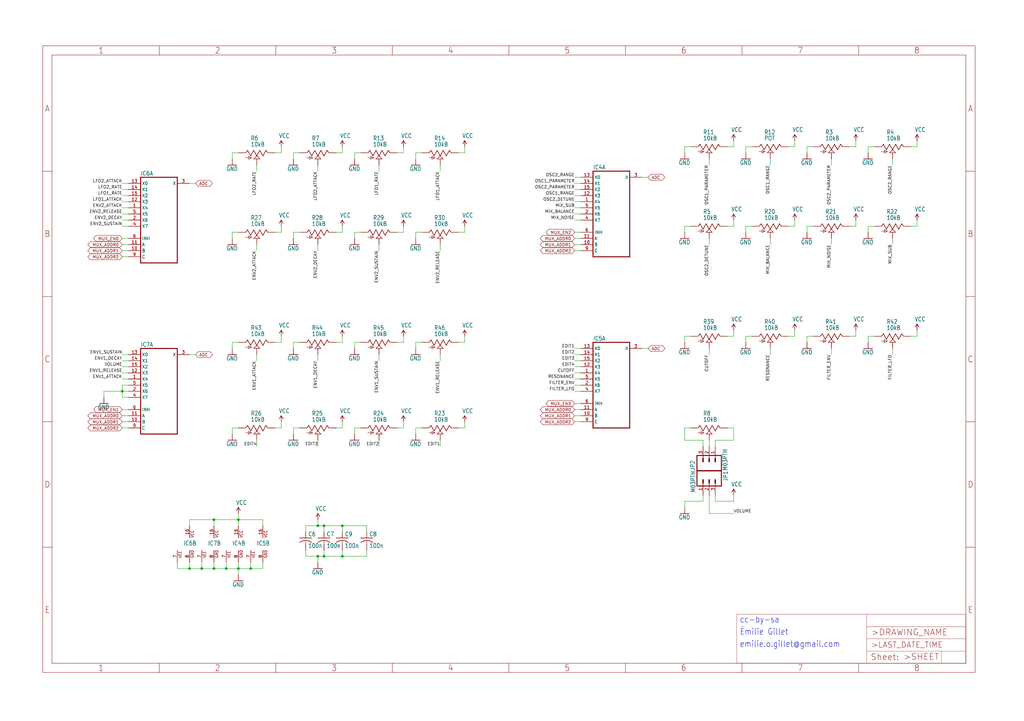
<source format=kicad_sch>
(kicad_sch (version 20211123) (generator eeschema)
  (paper "User" 425.45 299.593)
  (junction (at 50.8 162.56))
  (junction (at 88.9 236.22))
  (junction (at 99.06 236.22))
  (junction (at 134.62 231.14))
  (junction (at 83.82 236.22))
  (junction (at 142.24 231.14))
  (junction (at 134.62 218.44))
  (junction (at 88.9 215.9))
  (junction (at 104.14 236.22))
  (junction (at 142.24 218.44))
  (junction (at 132.08 218.44))
  (junction (at 99.06 215.9))
  (junction (at 132.08 231.14))
  (junction (at 78.74 236.22))
  (junction (at 93.98 236.22))
  (wire (pts (xy 241.3 81.28) (xy 238.76 81.28)))
  (wire (pts (xy 167.64 96.52) (xy 167.64 93.98)))
  (wire (pts (xy 284.48 208.28) (xy 284.48 210.82)))
  (wire (pts (xy 139.7 63.5) (xy 142.24 63.5)))
  (wire (pts (xy 53.34 154.94) (xy 50.8 154.94)))
  (wire (pts (xy 381 93.98) (xy 381 91.44)))
  (wire (pts (xy 149.86 142.24) (xy 147.32 142.24)))
  (wire (pts (xy 142.24 142.24) (xy 142.24 139.7)))
  (wire (pts (xy 114.3 63.5) (xy 116.84 63.5)))
  (wire (pts (xy 142.24 96.52) (xy 142.24 93.98)))
  (wire (pts (xy 96.52 177.8) (xy 96.52 180.34)))
  (wire (pts (xy 127 231.14) (xy 132.08 231.14)))
  (wire (pts (xy 99.06 233.68) (xy 99.06 236.22)))
  (wire (pts (xy 353.06 139.7) (xy 355.6 139.7)))
  (wire (pts (xy 83.82 233.68) (xy 83.82 236.22)))
  (wire (pts (xy 238.76 160.02) (xy 241.3 160.02)))
  (wire (pts (xy 304.8 139.7) (xy 304.8 137.16)))
  (wire (pts (xy 190.5 63.5) (xy 193.04 63.5)))
  (wire (pts (xy 241.3 144.78) (xy 238.76 144.78)))
  (wire (pts (xy 241.3 91.44) (xy 238.76 91.44)))
  (wire (pts (xy 241.3 167.64) (xy 238.76 167.64)))
  (wire (pts (xy 182.88 68.58) (xy 182.88 71.12)))
  (wire (pts (xy 241.3 101.6) (xy 238.76 101.6)))
  (wire (pts (xy 292.1 205.74) (xy 292.1 208.28)))
  (wire (pts (xy 104.14 236.22) (xy 109.22 236.22)))
  (wire (pts (xy 297.18 205.74) (xy 297.18 208.28)))
  (wire (pts (xy 355.6 139.7) (xy 355.6 137.16)))
  (wire (pts (xy 241.3 86.36) (xy 238.76 86.36)))
  (wire (pts (xy 149.86 177.8) (xy 147.32 177.8)))
  (wire (pts (xy 88.9 215.9) (xy 99.06 215.9)))
  (wire (pts (xy 121.92 63.5) (xy 121.92 66.04)))
  (wire (pts (xy 302.26 93.98) (xy 304.8 93.98)))
  (wire (pts (xy 132.08 182.88) (xy 132.08 185.42)))
  (wire (pts (xy 327.66 93.98) (xy 330.2 93.98)))
  (wire (pts (xy 96.52 63.5) (xy 96.52 66.04)))
  (wire (pts (xy 124.46 177.8) (xy 121.92 177.8)))
  (wire (pts (xy 53.34 88.9) (xy 50.8 88.9)))
  (wire (pts (xy 241.3 96.52) (xy 238.76 96.52)))
  (wire (pts (xy 345.44 99.06) (xy 345.44 101.6)))
  (wire (pts (xy 50.8 165.1) (xy 53.34 165.1)))
  (wire (pts (xy 142.24 177.8) (xy 142.24 175.26)))
  (wire (pts (xy 157.48 185.42) (xy 157.48 182.88)))
  (wire (pts (xy 294.64 213.36) (xy 304.8 213.36)))
  (wire (pts (xy 238.76 157.48) (xy 241.3 157.48)))
  (wire (pts (xy 284.48 182.88) (xy 292.1 182.88)))
  (wire (pts (xy 353.06 60.96) (xy 355.6 60.96)))
  (wire (pts (xy 147.32 177.8) (xy 147.32 180.34)))
  (wire (pts (xy 302.26 139.7) (xy 304.8 139.7)))
  (wire (pts (xy 182.88 147.32) (xy 182.88 149.86)))
  (wire (pts (xy 53.34 106.68) (xy 50.8 106.68)))
  (wire (pts (xy 142.24 218.44) (xy 142.24 220.98)))
  (wire (pts (xy 172.72 63.5) (xy 172.72 66.04)))
  (wire (pts (xy 147.32 96.52) (xy 147.32 99.06)))
  (wire (pts (xy 337.82 60.96) (xy 335.28 60.96)))
  (wire (pts (xy 78.74 147.32) (xy 81.28 147.32)))
  (wire (pts (xy 152.4 231.14) (xy 152.4 228.6)))
  (wire (pts (xy 53.34 152.4) (xy 50.8 152.4)))
  (wire (pts (xy 106.68 101.6) (xy 106.68 104.14)))
  (wire (pts (xy 284.48 139.7) (xy 284.48 142.24)))
  (wire (pts (xy 88.9 233.68) (xy 88.9 236.22)))
  (wire (pts (xy 165.1 63.5) (xy 167.64 63.5)))
  (wire (pts (xy 157.48 147.32) (xy 157.48 149.86)))
  (wire (pts (xy 53.34 99.06) (xy 50.8 99.06)))
  (wire (pts (xy 93.98 233.68) (xy 93.98 236.22)))
  (wire (pts (xy 53.34 81.28) (xy 50.8 81.28)))
  (wire (pts (xy 147.32 63.5) (xy 147.32 66.04)))
  (wire (pts (xy 132.08 68.58) (xy 132.08 71.12)))
  (wire (pts (xy 104.14 233.68) (xy 104.14 236.22)))
  (wire (pts (xy 302.26 177.8) (xy 304.8 177.8)))
  (wire (pts (xy 304.8 177.8) (xy 304.8 182.88)))
  (wire (pts (xy 53.34 93.98) (xy 50.8 93.98)))
  (wire (pts (xy 127 228.6) (xy 127 231.14)))
  (wire (pts (xy 320.04 99.06) (xy 320.04 101.6)))
  (wire (pts (xy 320.04 144.78) (xy 320.04 147.32)))
  (wire (pts (xy 330.2 93.98) (xy 330.2 91.44)))
  (wire (pts (xy 327.66 60.96) (xy 330.2 60.96)))
  (wire (pts (xy 127 218.44) (xy 132.08 218.44)))
  (wire (pts (xy 124.46 96.52) (xy 121.92 96.52)))
  (wire (pts (xy 266.7 144.78) (xy 269.24 144.78)))
  (wire (pts (xy 134.62 231.14) (xy 134.62 228.6)))
  (wire (pts (xy 142.24 231.14) (xy 152.4 231.14)))
  (wire (pts (xy 370.84 66.04) (xy 370.84 68.58)))
  (wire (pts (xy 284.48 93.98) (xy 284.48 96.52)))
  (wire (pts (xy 241.3 170.18) (xy 238.76 170.18)))
  (wire (pts (xy 106.68 147.32) (xy 106.68 149.86)))
  (wire (pts (xy 53.34 86.36) (xy 50.8 86.36)))
  (wire (pts (xy 132.08 218.44) (xy 132.08 215.9)))
  (wire (pts (xy 193.04 96.52) (xy 193.04 93.98)))
  (wire (pts (xy 78.74 76.2) (xy 81.28 76.2)))
  (wire (pts (xy 345.44 66.04) (xy 345.44 68.58)))
  (wire (pts (xy 370.84 99.06) (xy 370.84 101.6)))
  (wire (pts (xy 182.88 182.88) (xy 182.88 185.42)))
  (wire (pts (xy 284.48 177.8) (xy 284.48 182.88)))
  (wire (pts (xy 378.46 60.96) (xy 381 60.96)))
  (wire (pts (xy 381 139.7) (xy 381 137.16)))
  (wire (pts (xy 149.86 63.5) (xy 147.32 63.5)))
  (wire (pts (xy 139.7 142.24) (xy 142.24 142.24)))
  (wire (pts (xy 53.34 78.74) (xy 50.8 78.74)))
  (wire (pts (xy 241.3 78.74) (xy 238.76 78.74)))
  (wire (pts (xy 134.62 218.44) (xy 134.62 220.98)))
  (wire (pts (xy 241.3 73.66) (xy 238.76 73.66)))
  (wire (pts (xy 335.28 60.96) (xy 335.28 63.5)))
  (wire (pts (xy 106.68 68.58) (xy 106.68 71.12)))
  (wire (pts (xy 99.06 218.44) (xy 99.06 215.9)))
  (wire (pts (xy 297.18 208.28) (xy 304.8 208.28)))
  (wire (pts (xy 142.24 63.5) (xy 142.24 60.96)))
  (wire (pts (xy 312.42 139.7) (xy 309.88 139.7)))
  (wire (pts (xy 363.22 93.98) (xy 360.68 93.98)))
  (wire (pts (xy 99.06 63.5) (xy 96.52 63.5)))
  (wire (pts (xy 139.7 177.8) (xy 142.24 177.8)))
  (wire (pts (xy 241.3 88.9) (xy 238.76 88.9)))
  (wire (pts (xy 99.06 236.22) (xy 104.14 236.22)))
  (wire (pts (xy 116.84 96.52) (xy 116.84 93.98)))
  (wire (pts (xy 337.82 139.7) (xy 335.28 139.7)))
  (wire (pts (xy 241.3 83.82) (xy 238.76 83.82)))
  (wire (pts (xy 335.28 93.98) (xy 335.28 96.52)))
  (wire (pts (xy 157.48 68.58) (xy 157.48 71.12)))
  (wire (pts (xy 294.64 182.88) (xy 294.64 185.42)))
  (wire (pts (xy 83.82 236.22) (xy 88.9 236.22)))
  (wire (pts (xy 190.5 177.8) (xy 193.04 177.8)))
  (wire (pts (xy 312.42 93.98) (xy 309.88 93.98)))
  (wire (pts (xy 78.74 233.68) (xy 78.74 236.22)))
  (wire (pts (xy 241.3 147.32) (xy 238.76 147.32)))
  (wire (pts (xy 309.88 60.96) (xy 309.88 63.5)))
  (wire (pts (xy 99.06 96.52) (xy 96.52 96.52)))
  (wire (pts (xy 139.7 96.52) (xy 142.24 96.52)))
  (wire (pts (xy 88.9 218.44) (xy 88.9 215.9)))
  (wire (pts (xy 190.5 96.52) (xy 193.04 96.52)))
  (wire (pts (xy 294.64 99.06) (xy 294.64 101.6)))
  (wire (pts (xy 292.1 182.88) (xy 292.1 185.42)))
  (wire (pts (xy 304.8 208.28) (xy 304.8 205.74)))
  (wire (pts (xy 53.34 157.48) (xy 50.8 157.48)))
  (wire (pts (xy 297.18 182.88) (xy 297.18 185.42)))
  (wire (pts (xy 287.02 93.98) (xy 284.48 93.98)))
  (wire (pts (xy 121.92 142.24) (xy 121.92 144.78)))
  (wire (pts (xy 53.34 170.18) (xy 50.8 170.18)))
  (wire (pts (xy 327.66 139.7) (xy 330.2 139.7)))
  (wire (pts (xy 73.66 233.68) (xy 73.66 236.22)))
  (wire (pts (xy 353.06 93.98) (xy 355.6 93.98)))
  (wire (pts (xy 312.42 60.96) (xy 309.88 60.96)))
  (wire (pts (xy 360.68 93.98) (xy 360.68 96.52)))
  (wire (pts (xy 238.76 162.56) (xy 241.3 162.56)))
  (wire (pts (xy 320.04 66.04) (xy 320.04 68.58)))
  (wire (pts (xy 360.68 139.7) (xy 360.68 142.24)))
  (wire (pts (xy 50.8 162.56) (xy 50.8 160.02)))
  (wire (pts (xy 124.46 142.24) (xy 121.92 142.24)))
  (wire (pts (xy 50.8 162.56) (xy 53.34 162.56)))
  (wire (pts (xy 99.06 177.8) (xy 96.52 177.8)))
  (wire (pts (xy 132.08 231.14) (xy 132.08 233.68)))
  (wire (pts (xy 241.3 99.06) (xy 238.76 99.06)))
  (wire (pts (xy 241.3 104.14) (xy 238.76 104.14)))
  (wire (pts (xy 370.84 144.78) (xy 370.84 147.32)))
  (wire (pts (xy 330.2 60.96) (xy 330.2 58.42)))
  (wire (pts (xy 167.64 142.24) (xy 167.64 139.7)))
  (wire (pts (xy 109.22 215.9) (xy 109.22 218.44)))
  (wire (pts (xy 132.08 101.6) (xy 132.08 104.14)))
  (wire (pts (xy 53.34 177.8) (xy 50.8 177.8)))
  (wire (pts (xy 132.08 147.32) (xy 132.08 149.86)))
  (wire (pts (xy 360.68 60.96) (xy 360.68 63.5)))
  (wire (pts (xy 78.74 236.22) (xy 83.82 236.22)))
  (wire (pts (xy 99.06 215.9) (xy 109.22 215.9)))
  (wire (pts (xy 157.48 101.6) (xy 157.48 104.14)))
  (wire (pts (xy 149.86 96.52) (xy 147.32 96.52)))
  (wire (pts (xy 175.26 142.24) (xy 172.72 142.24)))
  (wire (pts (xy 134.62 231.14) (xy 142.24 231.14)))
  (wire (pts (xy 266.7 73.66) (xy 269.24 73.66)))
  (wire (pts (xy 294.64 66.04) (xy 294.64 68.58)))
  (wire (pts (xy 53.34 83.82) (xy 50.8 83.82)))
  (wire (pts (xy 355.6 60.96) (xy 355.6 58.42)))
  (wire (pts (xy 165.1 177.8) (xy 167.64 177.8)))
  (wire (pts (xy 193.04 177.8) (xy 193.04 175.26)))
  (wire (pts (xy 304.8 182.88) (xy 297.18 182.88)))
  (wire (pts (xy 53.34 147.32) (xy 50.8 147.32)))
  (wire (pts (xy 88.9 236.22) (xy 93.98 236.22)))
  (wire (pts (xy 109.22 236.22) (xy 109.22 233.68)))
  (wire (pts (xy 165.1 142.24) (xy 167.64 142.24)))
  (wire (pts (xy 335.28 139.7) (xy 335.28 142.24)))
  (wire (pts (xy 167.64 63.5) (xy 167.64 60.96)))
  (wire (pts (xy 337.82 93.98) (xy 335.28 93.98)))
  (wire (pts (xy 182.88 101.6) (xy 182.88 104.14)))
  (wire (pts (xy 241.3 76.2) (xy 238.76 76.2)))
  (wire (pts (xy 378.46 93.98) (xy 381 93.98)))
  (wire (pts (xy 124.46 63.5) (xy 121.92 63.5)))
  (wire (pts (xy 193.04 142.24) (xy 193.04 139.7)))
  (wire (pts (xy 294.64 144.78) (xy 294.64 147.32)))
  (wire (pts (xy 175.26 177.8) (xy 172.72 177.8)))
  (wire (pts (xy 53.34 172.72) (xy 50.8 172.72)))
  (wire (pts (xy 152.4 218.44) (xy 152.4 220.98)))
  (wire (pts (xy 381 60.96) (xy 381 58.42)))
  (wire (pts (xy 175.26 96.52) (xy 172.72 96.52)))
  (wire (pts (xy 99.06 142.24) (xy 96.52 142.24)))
  (wire (pts (xy 50.8 162.56) (xy 43.18 162.56)))
  (wire (pts (xy 106.68 182.88) (xy 106.68 185.42)))
  (wire (pts (xy 147.32 142.24) (xy 147.32 144.78)))
  (wire (pts (xy 43.18 162.56) (xy 43.18 165.1)))
  (wire (pts (xy 53.34 91.44) (xy 50.8 91.44)))
  (wire (pts (xy 345.44 144.78) (xy 345.44 147.32)))
  (wire (pts (xy 99.06 236.22) (xy 99.06 238.76)))
  (wire (pts (xy 167.64 175.26) (xy 167.64 177.8)))
  (wire (pts (xy 292.1 208.28) (xy 284.48 208.28)))
  (wire (pts (xy 330.2 139.7) (xy 330.2 137.16)))
  (wire (pts (xy 114.3 142.24) (xy 116.84 142.24)))
  (wire (pts (xy 284.48 60.96) (xy 284.48 63.5)))
  (wire (pts (xy 78.74 215.9) (xy 88.9 215.9)))
  (wire (pts (xy 116.84 177.8) (xy 116.84 175.26)))
  (wire (pts (xy 53.34 104.14) (xy 50.8 104.14)))
  (wire (pts (xy 78.74 218.44) (xy 78.74 215.9)))
  (wire (pts (xy 53.34 175.26) (xy 50.8 175.26)))
  (wire (pts (xy 175.26 63.5) (xy 172.72 63.5)))
  (wire (pts (xy 165.1 96.52) (xy 167.64 96.52)))
  (wire (pts (xy 132.08 231.14) (xy 134.62 231.14)))
  (wire (pts (xy 287.02 139.7) (xy 284.48 139.7)))
  (wire (pts (xy 116.84 63.5) (xy 116.84 60.96)))
  (wire (pts (xy 304.8 93.98) (xy 304.8 91.44)))
  (wire (pts (xy 53.34 101.6) (xy 50.8 101.6)))
  (wire (pts (xy 241.3 152.4) (xy 238.76 152.4)))
  (wire (pts (xy 73.66 236.22) (xy 78.74 236.22)))
  (wire (pts (xy 172.72 142.24) (xy 172.72 144.78)))
  (wire (pts (xy 241.3 172.72) (xy 238.76 172.72)))
  (wire (pts (xy 238.76 154.94) (xy 241.3 154.94)))
  (wire (pts (xy 93.98 236.22) (xy 99.06 236.22)))
  (wire (pts (xy 355.6 93.98) (xy 355.6 91.44)))
  (wire (pts (xy 309.88 93.98) (xy 309.88 96.52)))
  (wire (pts (xy 304.8 60.96) (xy 304.8 58.42)))
  (wire (pts (xy 193.04 63.5) (xy 193.04 60.96)))
  (wire (pts (xy 121.92 96.52) (xy 121.92 99.06)))
  (wire (pts (xy 96.52 96.52) (xy 96.52 99.06)))
  (wire (pts (xy 53.34 76.2) (xy 50.8 76.2)))
  (wire (pts (xy 363.22 60.96) (xy 360.68 60.96)))
  (wire (pts (xy 172.72 177.8) (xy 172.72 180.34)))
  (wire (pts (xy 302.26 60.96) (xy 304.8 60.96)))
  (wire (pts (xy 127 220.98) (xy 127 218.44)))
  (wire (pts (xy 294.64 205.74) (xy 294.64 213.36)))
  (wire (pts (xy 287.02 177.8) (xy 284.48 177.8)))
  (wire (pts (xy 116.84 142.24) (xy 116.84 139.7)))
  (wire (pts (xy 190.5 142.24) (xy 193.04 142.24)))
  (wire (pts (xy 363.22 139.7) (xy 360.68 139.7)))
  (wire (pts (xy 114.3 177.8) (xy 116.84 177.8)))
  (wire (pts (xy 241.3 149.86) (xy 238.76 149.86)))
  (wire (pts (xy 132.08 218.44) (xy 134.62 218.44)))
  (wire (pts (xy 142.24 218.44) (xy 152.4 218.44)))
  (wire (pts (xy 50.8 165.1) (xy 50.8 162.56)))
  (wire (pts (xy 172.72 96.52) (xy 172.72 99.06)))
  (wire (pts (xy 99.06 215.9) (xy 99.06 213.36)))
  (wire (pts (xy 53.34 160.02) (xy 50.8 160.02)))
  (wire (pts (xy 96.52 142.24) (xy 96.52 144.78)))
  (wire (pts (xy 114.3 96.52) (xy 116.84 96.52)))
  (wire (pts (xy 241.3 175.26) (xy 238.76 175.26)))
  (wire (pts (xy 121.92 177.8) (xy 121.92 180.34)))
  (wire (pts (xy 142.24 231.14) (xy 142.24 228.6)))
  (wire (pts (xy 53.34 149.86) (xy 50.8 149.86)))
  (wire (pts (xy 134.62 218.44) (xy 142.24 218.44)))
  (wire (pts (xy 309.88 139.7) (xy 309.88 142.24)))
  (wire (pts (xy 287.02 60.96) (xy 284.48 60.96)))
  (wire (pts (xy 378.46 139.7) (xy 381 139.7)))
  (text "emilie.o.gillet@gmail.com" (at 307.34 269.24 180) (effects (font (size 2.54 2.159)) (justify left bottom)))
  (text "Émilie Gillet" (at 307.34 264.16 180) (effects (font (size 2.54 2.159)) (justify left bottom)))
  (text "cc-by-sa" (at 307.34 259.08 180) (effects (font (size 2.54 2.159)) (justify left bottom)))
  (label "EDIT3" (at 238.76 149.86 180) (effects (font (size 1.2446 1.2446))))
  (label "OSC2_PARAMETER" (at 345.44 68.58 270) (effects (font (size 1.2446 1.2446))))
  (label "ENV1_ATTACK" (at 106.68 149.86 270) (effects (font (size 1.2446 1.2446))))
  (label "MIX_NOISE" (at 238.76 91.44 180) (effects (font (size 1.2446 1.2446))))
  (label "OSC2_RANGE" (at 238.76 73.66 180) (effects (font (size 1.2446 1.2446))))
  (label "FILTER_LFO" (at 370.84 147.32 270) (effects (font (size 1.2446 1.2446))))
  (label "ENV2_DECAY" (at 132.08 104.14 270) (effects (font (size 1.2446 1.2446))))
  (label "ENV2_SUSTAIN" (at 50.8 93.98 180) (effects (font (size 1.2446 1.2446))))
  (label "LFO1_ATTACK" (at 50.8 83.82 180) (effects (font (size 1.2446 1.2446))))
  (label "LFO2_RATE" (at 50.8 78.74 180) (effects (font (size 1.2446 1.2446))))
  (label "OSC1_RANGE" (at 320.04 68.58 270) (effects (font (size 1.2446 1.2446))))
  (label "LFO2_ATTACK" (at 50.8 76.2 180) (effects (font (size 1.2446 1.2446))))
  (label "VOLUME" (at 304.8 213.36 0) (effects (font (size 1.2446 1.2446))))
  (label "ENV2_ATTACK" (at 106.68 104.14 270) (effects (font (size 1.2446 1.2446))))
  (label "ENV1_SUSTAIN" (at 157.48 149.86 270) (effects (font (size 1.2446 1.2446))))
  (label "CUTOFF" (at 294.64 147.32 270) (effects (font (size 1.2446 1.2446))))
  (label "ENV2_SUSTAIN" (at 157.48 104.14 270) (effects (font (size 1.2446 1.2446))))
  (label "OSC2_DETUNE" (at 294.64 101.6 270) (effects (font (size 1.2446 1.2446))))
  (label "MIX_SUB" (at 370.84 101.6 270) (effects (font (size 1.2446 1.2446))))
  (label "MIX_SUB" (at 238.76 86.36 180) (effects (font (size 1.2446 1.2446))))
  (label "MIX_BALANCE" (at 238.76 88.9 180) (effects (font (size 1.2446 1.2446))))
  (label "EDIT1" (at 238.76 144.78 180) (effects (font (size 1.2446 1.2446))))
  (label "ENV1_SUSTAIN" (at 50.8 147.32 180) (effects (font (size 1.2446 1.2446))))
  (label "ENV2_ATTACK" (at 50.8 86.36 180) (effects (font (size 1.2446 1.2446))))
  (label "LFO2_RATE" (at 106.68 71.12 270) (effects (font (size 1.2446 1.2446))))
  (label "ENV2_RELEASE" (at 50.8 88.9 180) (effects (font (size 1.2446 1.2446))))
  (label "ENV1_RELEASE" (at 182.88 149.86 270) (effects (font (size 1.2446 1.2446))))
  (label "MIX_BALANCE" (at 320.04 101.6 270) (effects (font (size 1.2446 1.2446))))
  (label "EDIT3" (at 132.08 185.42 180) (effects (font (size 1.2446 1.2446))))
  (label "LFO2_ATTACK" (at 132.08 71.12 270) (effects (font (size 1.2446 1.2446))))
  (label "EDIT1" (at 182.88 185.42 180) (effects (font (size 1.2446 1.2446))))
  (label "ENV2_RELEASE" (at 182.88 104.14 270) (effects (font (size 1.2446 1.2446))))
  (label "RESONANCE" (at 320.04 147.32 270) (effects (font (size 1.2446 1.2446))))
  (label "EDIT4" (at 238.76 152.4 180) (effects (font (size 1.2446 1.2446))))
  (label "FILTER_ENV" (at 238.76 160.02 180) (effects (font (size 1.2446 1.2446))))
  (label "LFO1_RATE" (at 50.8 81.28 180) (effects (font (size 1.2446 1.2446))))
  (label "ENV1_DECAY" (at 132.08 149.86 270) (effects (font (size 1.2446 1.2446))))
  (label "VOLUME" (at 50.8 152.4 180) (effects (font (size 1.2446 1.2446))))
  (label "ENV1_RELEASE" (at 50.8 154.94 180) (effects (font (size 1.2446 1.2446))))
  (label "EDIT2" (at 157.48 185.42 180) (effects (font (size 1.2446 1.2446))))
  (label "LFO1_ATTACK" (at 182.88 71.12 270) (effects (font (size 1.2446 1.2446))))
  (label "EDIT2" (at 238.76 147.32 180) (effects (font (size 1.2446 1.2446))))
  (label "OSC2_PARAMETER" (at 238.76 78.74 180) (effects (font (size 1.2446 1.2446))))
  (label "OSC1_RANGE" (at 238.76 81.28 180) (effects (font (size 1.2446 1.2446))))
  (label "MIX_NOISE" (at 345.44 101.6 270) (effects (font (size 1.2446 1.2446))))
  (label "LFO1_RATE" (at 157.48 71.12 270) (effects (font (size 1.2446 1.2446))))
  (label "ENV2_DECAY" (at 50.8 91.44 180) (effects (font (size 1.2446 1.2446))))
  (label "OSC2_RANGE" (at 370.84 68.58 270) (effects (font (size 1.2446 1.2446))))
  (label "ENV1_ATTACK" (at 50.8 157.48 180) (effects (font (size 1.2446 1.2446))))
  (label "ENV1_DECAY" (at 50.8 149.86 180) (effects (font (size 1.2446 1.2446))))
  (label "CUTOFF" (at 238.76 154.94 180) (effects (font (size 1.2446 1.2446))))
  (label "OSC1_PARAMETER" (at 238.76 76.2 180) (effects (font (size 1.2446 1.2446))))
  (label "EDIT4" (at 106.68 185.42 180) (effects (font (size 1.2446 1.2446))))
  (label "FILTER_ENV" (at 345.44 147.32 270) (effects (font (size 1.2446 1.2446))))
  (label "OSC1_PARAMETER" (at 294.64 68.58 270) (effects (font (size 1.2446 1.2446))))
  (label "FILTER_LFO" (at 238.76 162.56 180) (effects (font (size 1.2446 1.2446))))
  (label "OSC2_DETUNE" (at 238.76 83.82 180) (effects (font (size 1.2446 1.2446))))
  (label "RESONANCE" (at 238.76 157.48 180) (effects (font (size 1.2446 1.2446))))
  (global_label "ADC" (shape bidirectional) (at 81.28 76.2 0) (effects (font (size 1.2446 1.2446))) (property "Intersheet References" "${INTERSHEET_REFS}" (effects hide)))
  (global_label "MUX_ADDR0" (shape bidirectional) (at 238.76 170.18 180) (effects (font (size 1.2446 1.2446))) (property "Intersheet References" "${INTERSHEET_REFS}" (effects hide)))
  (global_label "MUX_EN3" (shape bidirectional) (at 238.76 167.64 180) (effects (font (size 1.2446 1.2446))) (property "Intersheet References" "${INTERSHEET_REFS}" (effects hide)))
  (global_label "MUX_ADDR2" (shape bidirectional) (at 50.8 177.8 180) (effects (font (size 1.2446 1.2446))) (property "Intersheet References" "${INTERSHEET_REFS}" (effects hide)))
  (global_label "MUX_ADDR1" (shape bidirectional) (at 238.76 172.72 180) (effects (font (size 1.2446 1.2446))) (property "Intersheet References" "${INTERSHEET_REFS}" (effects hide)))
  (global_label "MUX_EN1" (shape bidirectional) (at 50.8 170.18 180) (effects (font (size 1.2446 1.2446))) (property "Intersheet References" "${INTERSHEET_REFS}" (effects hide)))
  (global_label "MUX_ADDR2" (shape bidirectional) (at 238.76 175.26 180) (effects (font (size 1.2446 1.2446))) (property "Intersheet References" "${INTERSHEET_REFS}" (effects hide)))
  (global_label "ADC" (shape bidirectional) (at 269.24 144.78 0) (effects (font (size 1.2446 1.2446))) (property "Intersheet References" "${INTERSHEET_REFS}" (effects hide)))
  (global_label "MUX_ADDR2" (shape bidirectional) (at 238.76 104.14 180) (effects (font (size 1.2446 1.2446))) (property "Intersheet References" "${INTERSHEET_REFS}" (effects hide)))
  (global_label "MUX_ADDR0" (shape bidirectional) (at 50.8 101.6 180) (effects (font (size 1.2446 1.2446))) (property "Intersheet References" "${INTERSHEET_REFS}" (effects hide)))
  (global_label "MUX_ADDR1" (shape bidirectional) (at 238.76 101.6 180) (effects (font (size 1.2446 1.2446))) (property "Intersheet References" "${INTERSHEET_REFS}" (effects hide)))
  (global_label "MUX_EN2" (shape bidirectional) (at 238.76 96.52 180) (effects (font (size 1.2446 1.2446))) (property "Intersheet References" "${INTERSHEET_REFS}" (effects hide)))
  (global_label "ADC" (shape bidirectional) (at 81.28 147.32 0) (effects (font (size 1.2446 1.2446))) (property "Intersheet References" "${INTERSHEET_REFS}" (effects hide)))
  (global_label "MUX_ADDR2" (shape bidirectional) (at 50.8 106.68 180) (effects (font (size 1.2446 1.2446))) (property "Intersheet References" "${INTERSHEET_REFS}" (effects hide)))
  (global_label "MUX_EN0" (shape bidirectional) (at 50.8 99.06 180) (effects (font (size 1.2446 1.2446))) (property "Intersheet References" "${INTERSHEET_REFS}" (effects hide)))
  (global_label "MUX_ADDR1" (shape bidirectional) (at 50.8 104.14 180) (effects (font (size 1.2446 1.2446))) (property "Intersheet References" "${INTERSHEET_REFS}" (effects hide)))
  (global_label "MUX_ADDR0" (shape bidirectional) (at 50.8 172.72 180) (effects (font (size 1.2446 1.2446))) (property "Intersheet References" "${INTERSHEET_REFS}" (effects hide)))
  (global_label "ADC" (shape bidirectional) (at 269.24 73.66 0) (effects (font (size 1.2446 1.2446))) (property "Intersheet References" "${INTERSHEET_REFS}" (effects hide)))
  (global_label "MUX_ADDR0" (shape bidirectional) (at 238.76 99.06 180) (effects (font (size 1.2446 1.2446))) (property "Intersheet References" "${INTERSHEET_REFS}" (effects hide)))
  (global_label "MUX_ADDR1" (shape bidirectional) (at 50.8 175.26 180) (effects (font (size 1.2446 1.2446))) (property "Intersheet References" "${INTERSHEET_REFS}" (effects hide)))
  (symbol (lib_id "Shruthi-Digital-XT-v03-eagle-import:POT_USVERTICAL") (at 345.44 93.98 270) (unit 1)
    (property "Reference" "R21" (at 342.9 88.9 90) (effects (font (size 1.778 1.5113)) (justify left bottom)))
    (property "Value" "10kB" (at 342.9 91.44 90) (effects (font (size 1.778 1.5113)) (justify left bottom)))
    (property "Footprint" "ALPS_POT_VERTICAL" (effects hide))
  )
  (symbol (lib_id "Shruthi-Digital-XT-v03-eagle-import:VCC") (at 304.8 205.74 0) (unit 1)
    (property "Reference" "#P+34" (effects hide))
    (property "Value" "VCC" (at 303.784 202.184 0) (effects (font (size 1.778 1.5113)) (justify left bottom)))
  )
  (symbol (lib_id "Shruthi-Digital-XT-v03-eagle-import:GND") (at 309.88 144.78 0) (unit 1)
    (property "Reference" "#GND55" (effects hide))
    (property "Value" "GND" (at 307.34 147.32 0) (effects (font (size 1.778 1.5113)) (justify left bottom)))
  )
  (symbol (lib_id "Shruthi-Digital-XT-v03-eagle-import:VCC") (at 355.6 137.16 0) (unit 1)
    (property "Reference" "#P+48" (effects hide))
    (property "Value" "VCC" (at 354.584 133.604 0) (effects (font (size 1.778 1.5113)) (justify left bottom)))
  )
  (symbol (lib_id "Shruthi-Digital-XT-v03-eagle-import:VCC") (at 99.06 213.36 0) (unit 1)
    (property "Reference" "#P+36" (effects hide))
    (property "Value" "VCC" (at 98.044 209.804 0) (effects (font (size 1.778 1.5113)) (justify left bottom)))
  )
  (symbol (lib_id "Shruthi-Digital-XT-v03-eagle-import:A3L-LOC") (at 17.78 279.4 0) (unit 1)
    (property "Reference" "#FRAME2" (effects hide))
    (property "Value" "A3L-LOC" (effects hide))
  )
  (symbol (lib_id "Shruthi-Digital-XT-v03-eagle-import:GND") (at 121.92 68.58 0) (unit 1)
    (property "Reference" "#GND31" (effects hide))
    (property "Value" "GND" (at 119.38 71.12 0) (effects (font (size 1.778 1.5113)) (justify left bottom)))
  )
  (symbol (lib_id "Shruthi-Digital-XT-v03-eagle-import:VCC") (at 330.2 91.44 0) (unit 1)
    (property "Reference" "#P+43" (effects hide))
    (property "Value" "VCC" (at 329.184 87.884 0) (effects (font (size 1.778 1.5113)) (justify left bottom)))
  )
  (symbol (lib_id "Shruthi-Digital-XT-v03-eagle-import:GND") (at 360.68 66.04 0) (unit 1)
    (property "Reference" "#GND49" (effects hide))
    (property "Value" "GND" (at 358.14 68.58 0) (effects (font (size 1.778 1.5113)) (justify left bottom)))
  )
  (symbol (lib_id "Shruthi-Digital-XT-v03-eagle-import:POT_USVERTICAL") (at 294.64 60.96 270) (unit 1)
    (property "Reference" "R11" (at 292.1 55.88 90) (effects (font (size 1.778 1.5113)) (justify left bottom)))
    (property "Value" "10kB" (at 292.1 58.42 90) (effects (font (size 1.778 1.5113)) (justify left bottom)))
    (property "Footprint" "ALPS_POT_VERTICAL" (effects hide))
  )
  (symbol (lib_id "Shruthi-Digital-XT-v03-eagle-import:GND") (at 121.92 147.32 0) (unit 1)
    (property "Reference" "#GND39" (effects hide))
    (property "Value" "GND" (at 119.38 149.86 0) (effects (font (size 1.778 1.5113)) (justify left bottom)))
  )
  (symbol (lib_id "Shruthi-Digital-XT-v03-eagle-import:4051N") (at 88.9 226.06 0) (unit 2)
    (property "Reference" "IC7" (at 86.36 226.695 0) (effects (font (size 1.778 1.5113)) (justify left bottom)))
    (property "Value" "4051N" (effects hide))
    (property "Footprint" "DIL16" (effects hide))
  )
  (symbol (lib_id "Shruthi-Digital-XT-v03-eagle-import:GND") (at 147.32 68.58 0) (unit 1)
    (property "Reference" "#GND32" (effects hide))
    (property "Value" "GND" (at 144.78 71.12 0) (effects (font (size 1.778 1.5113)) (justify left bottom)))
  )
  (symbol (lib_id "Shruthi-Digital-XT-v03-eagle-import:GND") (at 309.88 99.06 0) (unit 1)
    (property "Reference" "#GND51" (effects hide))
    (property "Value" "GND" (at 307.34 101.6 0) (effects (font (size 1.778 1.5113)) (justify left bottom)))
  )
  (symbol (lib_id "Shruthi-Digital-XT-v03-eagle-import:POT_USVERTICAL") (at 157.48 177.8 270) (unit 1)
    (property "Reference" "R24" (at 154.94 172.72 90) (effects (font (size 1.778 1.5113)) (justify left bottom)))
    (property "Value" "10kB" (at 154.94 175.26 90) (effects (font (size 1.778 1.5113)) (justify left bottom)))
    (property "Footprint" "ALPS_POT_VERTICAL" (effects hide))
  )
  (symbol (lib_id "Shruthi-Digital-XT-v03-eagle-import:M03PTH") (at 294.64 198.12 270) (unit 1)
    (property "Reference" "JP1" (at 300.482 195.58 0) (effects (font (size 1.778 1.5113)) (justify left bottom)))
    (property "Value" "M03PTH" (at 287.02 195.58 0) (effects (font (size 1.778 1.5113)) (justify left bottom)))
    (property "Footprint" "1X03" (effects hide))
  )
  (symbol (lib_id "Shruthi-Digital-XT-v03-eagle-import:VCC") (at 142.24 175.26 0) (unit 1)
    (property "Reference" "#P+17" (effects hide))
    (property "Value" "VCC" (at 141.224 171.704 0) (effects (font (size 1.778 1.5113)) (justify left bottom)))
  )
  (symbol (lib_id "Shruthi-Digital-XT-v03-eagle-import:POT_USVERTICAL") (at 157.48 96.52 270) (unit 1)
    (property "Reference" "R29" (at 154.94 91.44 90) (effects (font (size 1.778 1.5113)) (justify left bottom)))
    (property "Value" "10kB" (at 154.94 93.98 90) (effects (font (size 1.778 1.5113)) (justify left bottom)))
    (property "Footprint" "ALPS_POT_VERTICAL" (effects hide))
  )
  (symbol (lib_id "Shruthi-Digital-XT-v03-eagle-import:VCC") (at 116.84 60.96 0) (unit 1)
    (property "Reference" "#P+10" (effects hide))
    (property "Value" "VCC" (at 115.824 57.404 0) (effects (font (size 1.778 1.5113)) (justify left bottom)))
  )
  (symbol (lib_id "Shruthi-Digital-XT-v03-eagle-import:VCC") (at 116.84 139.7 0) (unit 1)
    (property "Reference" "#P+30" (effects hide))
    (property "Value" "VCC" (at 115.824 136.144 0) (effects (font (size 1.778 1.5113)) (justify left bottom)))
  )
  (symbol (lib_id "Shruthi-Digital-XT-v03-eagle-import:4051N") (at 66.04 91.44 0) (unit 1)
    (property "Reference" "IC6" (at 58.42 73.025 0) (effects (font (size 1.778 1.5113)) (justify left bottom)))
    (property "Value" "4051N" (effects hide))
    (property "Footprint" "DIL16" (effects hide))
  )
  (symbol (lib_id "Shruthi-Digital-XT-v03-eagle-import:4051N") (at 109.22 226.06 0) (unit 2)
    (property "Reference" "IC5" (at 106.68 226.695 0) (effects (font (size 1.778 1.5113)) (justify left bottom)))
    (property "Value" "4051N" (effects hide))
    (property "Footprint" "DIL16" (effects hide))
  )
  (symbol (lib_id "Shruthi-Digital-XT-v03-eagle-import:GND") (at 96.52 182.88 0) (unit 1)
    (property "Reference" "#GND4" (effects hide))
    (property "Value" "GND" (at 93.98 185.42 0) (effects (font (size 1.778 1.5113)) (justify left bottom)))
  )
  (symbol (lib_id "Shruthi-Digital-XT-v03-eagle-import:POT_USVERTICAL") (at 132.08 142.24 270) (unit 1)
    (property "Reference" "R44" (at 129.54 137.16 90) (effects (font (size 1.778 1.5113)) (justify left bottom)))
    (property "Value" "10kB" (at 129.54 139.7 90) (effects (font (size 1.778 1.5113)) (justify left bottom)))
    (property "Footprint" "ALPS_POT_VERTICAL" (effects hide))
  )
  (symbol (lib_id "Shruthi-Digital-XT-v03-eagle-import:4051N") (at 78.74 226.06 0) (unit 2)
    (property "Reference" "IC6" (at 76.2 226.695 0) (effects (font (size 1.778 1.5113)) (justify left bottom)))
    (property "Value" "4051N" (effects hide))
    (property "Footprint" "DIL16" (effects hide))
  )
  (symbol (lib_id "Shruthi-Digital-XT-v03-eagle-import:POT_USVERTICAL") (at 320.04 93.98 270) (unit 1)
    (property "Reference" "R20" (at 317.5 88.9 90) (effects (font (size 1.778 1.5113)) (justify left bottom)))
    (property "Value" "10kB" (at 317.5 91.44 90) (effects (font (size 1.778 1.5113)) (justify left bottom)))
    (property "Footprint" "ALPS_POT_VERTICAL" (effects hide))
  )
  (symbol (lib_id "Shruthi-Digital-XT-v03-eagle-import:C-US025-024X044") (at 142.24 223.52 0) (unit 1)
    (property "Reference" "C9" (at 143.256 222.885 0) (effects (font (size 1.778 1.5113)) (justify left bottom)))
    (property "Value" "100n" (at 143.256 227.711 0) (effects (font (size 1.778 1.5113)) (justify left bottom)))
    (property "Footprint" "C025-024X044" (effects hide))
  )
  (symbol (lib_id "Shruthi-Digital-XT-v03-eagle-import:POT_USVERTICAL") (at 294.64 177.8 270) (unit 1)
    (property "Reference" "R8" (at 292.1 172.72 90) (effects (font (size 1.778 1.5113)) (justify left bottom)))
    (property "Value" "10kB" (at 292.1 175.26 90) (effects (font (size 1.778 1.5113)) (justify left bottom)))
    (property "Footprint" "ALPS_POT_VERTICAL" (effects hide))
  )
  (symbol (lib_id "Shruthi-Digital-XT-v03-eagle-import:4051N") (at 99.06 226.06 0) (unit 2)
    (property "Reference" "IC4" (at 96.52 226.695 0) (effects (font (size 1.778 1.5113)) (justify left bottom)))
    (property "Value" "4051N" (effects hide))
    (property "Footprint" "DIL16" (effects hide))
  )
  (symbol (lib_id "Shruthi-Digital-XT-v03-eagle-import:POT_USVERTICAL") (at 182.88 142.24 270) (unit 1)
    (property "Reference" "R46" (at 180.34 137.16 90) (effects (font (size 1.778 1.5113)) (justify left bottom)))
    (property "Value" "10kB" (at 180.34 139.7 90) (effects (font (size 1.778 1.5113)) (justify left bottom)))
    (property "Footprint" "ALPS_POT_VERTICAL" (effects hide))
  )
  (symbol (lib_id "Shruthi-Digital-XT-v03-eagle-import:POT_USVERTICAL") (at 157.48 142.24 270) (unit 1)
    (property "Reference" "R45" (at 154.94 137.16 90) (effects (font (size 1.778 1.5113)) (justify left bottom)))
    (property "Value" "10kB" (at 154.94 139.7 90) (effects (font (size 1.778 1.5113)) (justify left bottom)))
    (property "Footprint" "ALPS_POT_VERTICAL" (effects hide))
  )
  (symbol (lib_id "Shruthi-Digital-XT-v03-eagle-import:GND") (at 335.28 144.78 0) (unit 1)
    (property "Reference" "#GND56" (effects hide))
    (property "Value" "GND" (at 332.74 147.32 0) (effects (font (size 1.778 1.5113)) (justify left bottom)))
  )
  (symbol (lib_id "Shruthi-Digital-XT-v03-eagle-import:GND") (at 172.72 68.58 0) (unit 1)
    (property "Reference" "#GND33" (effects hide))
    (property "Value" "GND" (at 170.18 71.12 0) (effects (font (size 1.778 1.5113)) (justify left bottom)))
  )
  (symbol (lib_id "Shruthi-Digital-XT-v03-eagle-import:GND") (at 284.48 144.78 0) (unit 1)
    (property "Reference" "#GND54" (effects hide))
    (property "Value" "GND" (at 281.94 147.32 0) (effects (font (size 1.778 1.5113)) (justify left bottom)))
  )
  (symbol (lib_id "Shruthi-Digital-XT-v03-eagle-import:VCC") (at 304.8 91.44 0) (unit 1)
    (property "Reference" "#P+42" (effects hide))
    (property "Value" "VCC" (at 303.784 87.884 0) (effects (font (size 1.778 1.5113)) (justify left bottom)))
  )
  (symbol (lib_id "Shruthi-Digital-XT-v03-eagle-import:GND") (at 360.68 144.78 0) (unit 1)
    (property "Reference" "#GND57" (effects hide))
    (property "Value" "GND" (at 358.14 147.32 0) (effects (font (size 1.778 1.5113)) (justify left bottom)))
  )
  (symbol (lib_id "Shruthi-Digital-XT-v03-eagle-import:POT_USVERTICAL") (at 132.08 63.5 270) (unit 1)
    (property "Reference" "R7" (at 129.54 58.42 90) (effects (font (size 1.778 1.5113)) (justify left bottom)))
    (property "Value" "10kB" (at 129.54 60.96 90) (effects (font (size 1.778 1.5113)) (justify left bottom)))
    (property "Footprint" "ALPS_POT_VERTICAL" (effects hide))
  )
  (symbol (lib_id "Shruthi-Digital-XT-v03-eagle-import:POT_USVERTICAL") (at 132.08 177.8 270) (unit 1)
    (property "Reference" "R25" (at 129.54 172.72 90) (effects (font (size 1.778 1.5113)) (justify left bottom)))
    (property "Value" "10kB" (at 129.54 175.26 90) (effects (font (size 1.778 1.5113)) (justify left bottom)))
    (property "Footprint" "ALPS_POT_VERTICAL" (effects hide))
  )
  (symbol (lib_id "Shruthi-Digital-XT-v03-eagle-import:VCC") (at 142.24 139.7 0) (unit 1)
    (property "Reference" "#P+31" (effects hide))
    (property "Value" "VCC" (at 141.224 136.144 0) (effects (font (size 1.778 1.5113)) (justify left bottom)))
  )
  (symbol (lib_id "Shruthi-Digital-XT-v03-eagle-import:GND") (at 96.52 68.58 0) (unit 1)
    (property "Reference" "#GND30" (effects hide))
    (property "Value" "GND" (at 93.98 71.12 0) (effects (font (size 1.778 1.5113)) (justify left bottom)))
  )
  (symbol (lib_id "Shruthi-Digital-XT-v03-eagle-import:VCC") (at 381 58.42 0) (unit 1)
    (property "Reference" "#P+41" (effects hide))
    (property "Value" "VCC" (at 379.984 54.864 0) (effects (font (size 1.778 1.5113)) (justify left bottom)))
  )
  (symbol (lib_id "Shruthi-Digital-XT-v03-eagle-import:GND") (at 147.32 147.32 0) (unit 1)
    (property "Reference" "#GND40" (effects hide))
    (property "Value" "GND" (at 144.78 149.86 0) (effects (font (size 1.778 1.5113)) (justify left bottom)))
  )
  (symbol (lib_id "Shruthi-Digital-XT-v03-eagle-import:GND") (at 147.32 101.6 0) (unit 1)
    (property "Reference" "#GND36" (effects hide))
    (property "Value" "GND" (at 144.78 104.14 0) (effects (font (size 1.778 1.5113)) (justify left bottom)))
  )
  (symbol (lib_id "Shruthi-Digital-XT-v03-eagle-import:VCC") (at 167.64 175.26 0) (unit 1)
    (property "Reference" "#P+18" (effects hide))
    (property "Value" "VCC" (at 166.624 171.704 0) (effects (font (size 1.778 1.5113)) (justify left bottom)))
  )
  (symbol (lib_id "Shruthi-Digital-XT-v03-eagle-import:VCC") (at 381 91.44 0) (unit 1)
    (property "Reference" "#P+45" (effects hide))
    (property "Value" "VCC" (at 379.984 87.884 0) (effects (font (size 1.778 1.5113)) (justify left bottom)))
  )
  (symbol (lib_id "Shruthi-Digital-XT-v03-eagle-import:POT_USVERTICAL") (at 106.68 177.8 270) (unit 1)
    (property "Reference" "R26" (at 104.14 172.72 90) (effects (font (size 1.778 1.5113)) (justify left bottom)))
    (property "Value" "10kB" (at 104.14 175.26 90) (effects (font (size 1.778 1.5113)) (justify left bottom)))
    (property "Footprint" "ALPS_POT_VERTICAL" (effects hide))
  )
  (symbol (lib_id "Shruthi-Digital-XT-v03-eagle-import:VCC") (at 330.2 137.16 0) (unit 1)
    (property "Reference" "#P+47" (effects hide))
    (property "Value" "VCC" (at 329.184 133.604 0) (effects (font (size 1.778 1.5113)) (justify left bottom)))
  )
  (symbol (lib_id "Shruthi-Digital-XT-v03-eagle-import:POT_USVERTICAL") (at 182.88 177.8 270) (unit 1)
    (property "Reference" "R23" (at 180.34 172.72 90) (effects (font (size 1.778 1.5113)) (justify left bottom)))
    (property "Value" "10kB" (at 180.34 175.26 90) (effects (font (size 1.778 1.5113)) (justify left bottom)))
    (property "Footprint" "ALPS_POT_VERTICAL" (effects hide))
  )
  (symbol (lib_id "Shruthi-Digital-XT-v03-eagle-import:VCC") (at 167.64 60.96 0) (unit 1)
    (property "Reference" "#P+24" (effects hide))
    (property "Value" "VCC" (at 166.624 57.404 0) (effects (font (size 1.778 1.5113)) (justify left bottom)))
  )
  (symbol (lib_id "Shruthi-Digital-XT-v03-eagle-import:GND") (at 96.52 147.32 0) (unit 1)
    (property "Reference" "#GND38" (effects hide))
    (property "Value" "GND" (at 93.98 149.86 0) (effects (font (size 1.778 1.5113)) (justify left bottom)))
  )
  (symbol (lib_id "Shruthi-Digital-XT-v03-eagle-import:VCC") (at 304.8 58.42 0) (unit 1)
    (property "Reference" "#P+38" (effects hide))
    (property "Value" "VCC" (at 303.784 54.864 0) (effects (font (size 1.778 1.5113)) (justify left bottom)))
  )
  (symbol (lib_id "Shruthi-Digital-XT-v03-eagle-import:GND") (at 172.72 182.88 0) (unit 1)
    (property "Reference" "#GND25" (effects hide))
    (property "Value" "GND" (at 170.18 185.42 0) (effects (font (size 1.778 1.5113)) (justify left bottom)))
  )
  (symbol (lib_id "Shruthi-Digital-XT-v03-eagle-import:C-US025-024X044") (at 127 223.52 0) (unit 1)
    (property "Reference" "C6" (at 128.016 222.885 0) (effects (font (size 1.778 1.5113)) (justify left bottom)))
    (property "Value" "100n" (at 128.016 227.711 0) (effects (font (size 1.778 1.5113)) (justify left bottom)))
    (property "Footprint" "C025-024X044" (effects hide))
  )
  (symbol (lib_id "Shruthi-Digital-XT-v03-eagle-import:POT_USVERTICAL") (at 157.48 63.5 270) (unit 1)
    (property "Reference" "R13" (at 154.94 58.42 90) (effects (font (size 1.778 1.5113)) (justify left bottom)))
    (property "Value" "10kB" (at 154.94 60.96 90) (effects (font (size 1.778 1.5113)) (justify left bottom)))
    (property "Footprint" "ALPS_POT_VERTICAL" (effects hide))
  )
  (symbol (lib_id "Shruthi-Digital-XT-v03-eagle-import:C-US025-024X044") (at 134.62 223.52 0) (unit 1)
    (property "Reference" "C7" (at 135.636 222.885 0) (effects (font (size 1.778 1.5113)) (justify left bottom)))
    (property "Value" "100n" (at 135.636 227.711 0) (effects (font (size 1.778 1.5113)) (justify left bottom)))
    (property "Footprint" "C025-024X044" (effects hide))
  )
  (symbol (lib_id "Shruthi-Digital-XT-v03-eagle-import:GND") (at 284.48 66.04 0) (unit 1)
    (property "Reference" "#GND46" (effects hide))
    (property "Value" "GND" (at 281.94 68.58 0) (effects (font (size 1.778 1.5113)) (justify left bottom)))
  )
  (symbol (lib_id "Shruthi-Digital-XT-v03-eagle-import:POT_USVERTICAL") (at 345.44 139.7 270) (unit 1)
    (property "Reference" "R41" (at 342.9 134.62 90) (effects (font (size 1.778 1.5113)) (justify left bottom)))
    (property "Value" "10kB" (at 342.9 137.16 90) (effects (font (size 1.778 1.5113)) (justify left bottom)))
    (property "Footprint" "ALPS_POT_VERTICAL" (effects hide))
  )
  (symbol (lib_id "Shruthi-Digital-XT-v03-eagle-import:POT_USVERTICAL") (at 294.64 93.98 270) (unit 1)
    (property "Reference" "R5" (at 292.1 88.9 90) (effects (font (size 1.778 1.5113)) (justify left bottom)))
    (property "Value" "10kB" (at 292.1 91.44 90) (effects (font (size 1.778 1.5113)) (justify left bottom)))
    (property "Footprint" "ALPS_POT_VERTICAL" (effects hide))
  )
  (symbol (lib_id "Shruthi-Digital-XT-v03-eagle-import:POT_USVERTICAL") (at 370.84 139.7 270) (unit 1)
    (property "Reference" "R42" (at 368.3 134.62 90) (effects (font (size 1.778 1.5113)) (justify left bottom)))
    (property "Value" "10kB" (at 368.3 137.16 90) (effects (font (size 1.778 1.5113)) (justify left bottom)))
    (property "Footprint" "ALPS_POT_VERTICAL" (effects hide))
  )
  (symbol (lib_id "Shruthi-Digital-XT-v03-eagle-import:POT_USVERTICAL") (at 132.08 96.52 270) (unit 1)
    (property "Reference" "R28" (at 129.54 91.44 90) (effects (font (size 1.778 1.5113)) (justify left bottom)))
    (property "Value" "10kB" (at 129.54 93.98 90) (effects (font (size 1.778 1.5113)) (justify left bottom)))
    (property "Footprint" "ALPS_POT_VERTICAL" (effects hide))
  )
  (symbol (lib_id "Shruthi-Digital-XT-v03-eagle-import:VCC") (at 330.2 58.42 0) (unit 1)
    (property "Reference" "#P+39" (effects hide))
    (property "Value" "VCC" (at 329.184 54.864 0) (effects (font (size 1.778 1.5113)) (justify left bottom)))
  )
  (symbol (lib_id "Shruthi-Digital-XT-v03-eagle-import:VCC") (at 193.04 175.26 0) (unit 1)
    (property "Reference" "#P+19" (effects hide))
    (property "Value" "VCC" (at 192.024 171.704 0) (effects (font (size 1.778 1.5113)) (justify left bottom)))
  )
  (symbol (lib_id "Shruthi-Digital-XT-v03-eagle-import:VCC") (at 381 137.16 0) (unit 1)
    (property "Reference" "#P+49" (effects hide))
    (property "Value" "VCC" (at 379.984 133.604 0) (effects (font (size 1.778 1.5113)) (justify left bottom)))
  )
  (symbol (lib_id "Shruthi-Digital-XT-v03-eagle-import:GND") (at 335.28 66.04 0) (unit 1)
    (property "Reference" "#GND48" (effects hide))
    (property "Value" "GND" (at 332.74 68.58 0) (effects (font (size 1.778 1.5113)) (justify left bottom)))
  )
  (symbol (lib_id "Shruthi-Digital-XT-v03-eagle-import:POT_USVERTICAL") (at 294.64 139.7 270) (unit 1)
    (property "Reference" "R39" (at 292.1 134.62 90) (effects (font (size 1.778 1.5113)) (justify left bottom)))
    (property "Value" "10kB" (at 292.1 137.16 90) (effects (font (size 1.778 1.5113)) (justify left bottom)))
    (property "Footprint" "ALPS_POT_VERTICAL" (effects hide))
  )
  (symbol (lib_id "Shruthi-Digital-XT-v03-eagle-import:VCC") (at 132.08 215.9 0) (unit 1)
    (property "Reference" "#P+37" (effects hide))
    (property "Value" "VCC" (at 131.064 212.344 0) (effects (font (size 1.778 1.5113)) (justify left bottom)))
  )
  (symbol (lib_id "Shruthi-Digital-XT-v03-eagle-import:VCC") (at 193.04 60.96 0) (unit 1)
    (property "Reference" "#P+25" (effects hide))
    (property "Value" "VCC" (at 192.024 57.404 0) (effects (font (size 1.778 1.5113)) (justify left bottom)))
  )
  (symbol (lib_id "Shruthi-Digital-XT-v03-eagle-import:VCC") (at 193.04 139.7 0) (unit 1)
    (property "Reference" "#P+33" (effects hide))
    (property "Value" "VCC" (at 192.024 136.144 0) (effects (font (size 1.778 1.5113)) (justify left bottom)))
  )
  (symbol (lib_id "Shruthi-Digital-XT-v03-eagle-import:POT_USVERTICAL") (at 182.88 96.52 270) (unit 1)
    (property "Reference" "R30" (at 180.34 91.44 90) (effects (font (size 1.778 1.5113)) (justify left bottom)))
    (property "Value" "10kB" (at 180.34 93.98 90) (effects (font (size 1.778 1.5113)) (justify left bottom)))
    (property "Footprint" "ALPS_POT_VERTICAL" (effects hide))
  )
  (symbol (lib_id "Shruthi-Digital-XT-v03-eagle-import:POT_USVERTICAL") (at 106.68 96.52 270) (unit 1)
    (property "Reference" "R27" (at 104.14 91.44 90) (effects (font (size 1.778 1.5113)) (justify left bottom)))
    (property "Value" "10kB" (at 104.14 93.98 90) (effects (font (size 1.778 1.5113)) (justify left bottom)))
    (property "Footprint" "ALPS_POT_VERTICAL" (effects hide))
  )
  (symbol (lib_id "Shruthi-Digital-XT-v03-eagle-import:GND") (at 43.18 167.64 0) (unit 1)
    (property "Reference" "#GND59" (effects hide))
    (property "Value" "GND" (at 40.64 170.18 0) (effects (font (size 1.778 1.5113)) (justify left bottom)))
  )
  (symbol (lib_id "Shruthi-Digital-XT-v03-eagle-import:GND") (at 121.92 101.6 0) (unit 1)
    (property "Reference" "#GND35" (effects hide))
    (property "Value" "GND" (at 119.38 104.14 0) (effects (font (size 1.778 1.5113)) (justify left bottom)))
  )
  (symbol (lib_id "Shruthi-Digital-XT-v03-eagle-import:4051N") (at 254 160.02 0) (unit 1)
    (property "Reference" "IC5" (at 246.38 141.605 0) (effects (font (size 1.778 1.5113)) (justify left bottom)))
    (property "Value" "4051N" (effects hide))
    (property "Footprint" "DIL16" (effects hide))
  )
  (symbol (lib_id "Shruthi-Digital-XT-v03-eagle-import:GND") (at 360.68 99.06 0) (unit 1)
    (property "Reference" "#GND53" (effects hide))
    (property "Value" "GND" (at 358.14 101.6 0) (effects (font (size 1.778 1.5113)) (justify left bottom)))
  )
  (symbol (lib_id "Shruthi-Digital-XT-v03-eagle-import:POT_USVERTICAL") (at 106.68 142.24 270) (unit 1)
    (property "Reference" "R43" (at 104.14 137.16 90) (effects (font (size 1.778 1.5113)) (justify left bottom)))
    (property "Value" "10kB" (at 104.14 139.7 90) (effects (font (size 1.778 1.5113)) (justify left bottom)))
    (property "Footprint" "ALPS_POT_VERTICAL" (effects hide))
  )
  (symbol (lib_id "Shruthi-Digital-XT-v03-eagle-import:GND") (at 132.08 236.22 0) (unit 1)
    (property "Reference" "#GND45" (effects hide))
    (property "Value" "GND" (at 129.54 238.76 0) (effects (font (size 1.778 1.5113)) (justify left bottom)))
  )
  (symbol (lib_id "Shruthi-Digital-XT-v03-eagle-import:VCC") (at 142.24 60.96 0) (unit 1)
    (property "Reference" "#P+23" (effects hide))
    (property "Value" "VCC" (at 141.224 57.404 0) (effects (font (size 1.778 1.5113)) (justify left bottom)))
  )
  (symbol (lib_id "Shruthi-Digital-XT-v03-eagle-import:GND") (at 335.28 99.06 0) (unit 1)
    (property "Reference" "#GND52" (effects hide))
    (property "Value" "GND" (at 332.74 101.6 0) (effects (font (size 1.778 1.5113)) (justify left bottom)))
  )
  (symbol (lib_id "Shruthi-Digital-XT-v03-eagle-import:VCC") (at 355.6 91.44 0) (unit 1)
    (property "Reference" "#P+44" (effects hide))
    (property "Value" "VCC" (at 354.584 87.884 0) (effects (font (size 1.778 1.5113)) (justify left bottom)))
  )
  (symbol (lib_id "Shruthi-Digital-XT-v03-eagle-import:4051N") (at 66.04 162.56 0) (unit 1)
    (property "Reference" "IC7" (at 58.42 144.145 0) (effects (font (size 1.778 1.5113)) (justify left bottom)))
    (property "Value" "4051N" (effects hide))
    (property "Footprint" "DIL16" (effects hide))
  )
  (symbol (lib_id "Shruthi-Digital-XT-v03-eagle-import:POT_USVERTICAL") (at 106.68 63.5 270) (unit 1)
    (property "Reference" "R6" (at 104.14 58.42 90) (effects (font (size 1.778 1.5113)) (justify left bottom)))
    (property "Value" "10kB" (at 104.14 60.96 90) (effects (font (size 1.778 1.5113)) (justify left bottom)))
    (property "Footprint" "ALPS_POT_VERTICAL" (effects hide))
  )
  (symbol (lib_id "Shruthi-Digital-XT-v03-eagle-import:POT_USVERTICAL") (at 370.84 60.96 270) (unit 1)
    (property "Reference" "R4" (at 368.3 55.88 90) (effects (font (size 1.778 1.5113)) (justify left bottom)))
    (property "Value" "10kB" (at 368.3 58.42 90) (effects (font (size 1.778 1.5113)) (justify left bottom)))
    (property "Footprint" "ALPS_POT_VERTICAL" (effects hide))
  )
  (symbol (lib_id "Shruthi-Digital-XT-v03-eagle-import:VCC") (at 304.8 137.16 0) (unit 1)
    (property "Reference" "#P+46" (effects hide))
    (property "Value" "VCC" (at 303.784 133.604 0) (effects (font (size 1.778 1.5113)) (justify left bottom)))
  )
  (symbol (lib_id "Shruthi-Digital-XT-v03-eagle-import:GND") (at 147.32 182.88 0) (unit 1)
    (property "Reference" "#GND24" (effects hide))
    (property "Value" "GND" (at 144.78 185.42 0) (effects (font (size 1.778 1.5113)) (justify left bottom)))
  )
  (symbol (lib_id "Shruthi-Digital-XT-v03-eagle-import:POT_USVERTICAL") (at 345.44 60.96 270) (unit 1)
    (property "Reference" "R3" (at 342.9 55.88 90) (effects (font (size 1.778 1.5113)) (justify left bottom)))
    (property "Value" "10kB" (at 342.9 58.42 90) (effects (font (size 1.778 1.5113)) (justify left bottom)))
    (property "Footprint" "ALPS_POT_VERTICAL" (effects hide))
  )
  (symbol (lib_id "Shruthi-Digital-XT-v03-eagle-import:POT_USVERTICAL") (at 320.04 60.96 270) (unit 1)
    (property "Reference" "R12" (at 317.5 55.88 90) (effects (font (size 1.778 1.5113)) (justify left bottom)))
    (property "Value" "POT" (at 317.5 58.42 90) (effects (font (size 1.778 1.5113)) (justify left bottom)))
    (property "Footprint" "ALPS_POT_VERTICAL" (effects hide))
  )
  (symbol (lib_id "Shruthi-Digital-XT-v03-eagle-import:VCC") (at 193.04 93.98 0) (unit 1)
    (property "Reference" "#P+29" (effects hide))
    (property "Value" "VCC" (at 192.024 90.424 0) (effects (font (size 1.778 1.5113)) (justify left bottom)))
  )
  (symbol (lib_id "Shruthi-Digital-XT-v03-eagle-import:GND") (at 99.06 241.3 0) (unit 1)
    (property "Reference" "#GND44" (effects hide))
    (property "Value" "GND" (at 96.52 243.84 0) (effects (font (size 1.778 1.5113)) (justify left bottom)))
  )
  (symbol (lib_id "Shruthi-Digital-XT-v03-eagle-import:GND") (at 121.92 182.88 0) (unit 1)
    (property "Reference" "#GND23" (effects hide))
    (property "Value" "GND" (at 119.38 185.42 0) (effects (font (size 1.778 1.5113)) (justify left bottom)))
  )
  (symbol (lib_id "Shruthi-Digital-XT-v03-eagle-import:GND") (at 172.72 101.6 0) (unit 1)
    (property "Reference" "#GND37" (effects hide))
    (property "Value" "GND" (at 170.18 104.14 0) (effects (font (size 1.778 1.5113)) (justify left bottom)))
  )
  (symbol (lib_id "Shruthi-Digital-XT-v03-eagle-import:POT_USVERTICAL") (at 320.04 139.7 270) (unit 1)
    (property "Reference" "R40" (at 317.5 134.62 90) (effects (font (size 1.778 1.5113)) (justify left bottom)))
    (property "Value" "10kB" (at 317.5 137.16 90) (effects (font (size 1.778 1.5113)) (justify left bottom)))
    (property "Footprint" "ALPS_POT_VERTICAL" (effects hide))
  )
  (symbol (lib_id "Shruthi-Digital-XT-v03-eagle-import:GND") (at 284.48 99.06 0) (unit 1)
    (property "Reference" "#GND50" (effects hide))
    (property "Value" "GND" (at 281.94 101.6 0) (effects (font (size 1.778 1.5113)) (justify left bottom)))
  )
  (symbol (lib_id "Shruthi-Digital-XT-v03-eagle-import:VCC") (at 116.84 93.98 0) (unit 1)
    (property "Reference" "#P+26" (effects hide))
    (property "Value" "VCC" (at 115.824 90.424 0) (effects (font (size 1.778 1.5113)) (justify left bottom)))
  )
  (symbol (lib_id "Shruthi-Digital-XT-v03-eagle-import:C-US025-024X044") (at 152.4 223.52 0) (unit 1)
    (property "Reference" "C8" (at 153.416 222.885 0) (effects (font (size 1.778 1.5113)) (justify left bottom)))
    (property "Value" "100n" (at 153.416 227.711 0) (effects (font (size 1.778 1.5113)) (justify left bottom)))
    (property "Footprint" "C025-024X044" (effects hide))
  )
  (symbol (lib_id "Shruthi-Digital-XT-v03-eagle-import:VCC") (at 355.6 58.42 0) (unit 1)
    (property "Reference" "#P+40" (effects hide))
    (property "Value" "VCC" (at 354.584 54.864 0) (effects (font (size 1.778 1.5113)) (justify left bottom)))
  )
  (symbol (lib_id "Shruthi-Digital-XT-v03-eagle-import:VCC") (at 116.84 175.26 0) (unit 1)
    (property "Reference" "#P+3" (effects hide))
    (property "Value" "VCC" (at 115.824 171.704 0) (effects (font (size 1.778 1.5113)) (justify left bottom)))
  )
  (symbol (lib_id "Shruthi-Digital-XT-v03-eagle-import:VCC") (at 167.64 139.7 0) (unit 1)
    (property "Reference" "#P+32" (effects hide))
    (property "Value" "VCC" (at 166.624 136.144 0) (effects (font (size 1.778 1.5113)) (justify left bottom)))
  )
  (symbol (lib_id "Shruthi-Digital-XT-v03-eagle-import:4051N") (at 254 88.9 0) (unit 1)
    (property "Reference" "IC4" (at 246.38 70.485 0) (effects (font (size 1.778 1.5113)) (justify left bottom)))
    (property "Value" "4051N" (effects hide))
    (property "Footprint" "DIL16" (effects hide))
  )
  (symbol (lib_id "Shruthi-Digital-XT-v03-eagle-import:M03PTH") (at 294.64 193.04 90) (unit 1)
    (property "Reference" "JP2" (at 288.798 195.58 0) (effects (font (size 1.778 1.5113)) (justify left bottom)))
    (property "Value" "M03PTH" (at 302.26 195.58 0) (effects (font (size 1.778 1.5113)) (justify left bottom)))
    (property "Footprint" "1X03" (effects hide))
  )
  (symbol (lib_id "Shruthi-Digital-XT-v03-eagle-import:POT_USVERTICAL") (at 182.88 63.5 270) (unit 1)
    (property "Reference" "R14" (at 180.34 58.42 90) (effects (font (size 1.778 1.5113)) (justify left bottom)))
    (property "Value" "10kB" (at 180.34 60.96 90) (effects (font (size 1.778 1.5113)) (justify left bottom)))
    (property "Footprint" "ALPS_POT_VERTICAL" (effects hide))
  )
  (symbol (lib_id "Shruthi-Digital-XT-v03-eagle-import:GND") (at 96.52 101.6 0) (unit 1)
    (property "Reference" "#GND34" (effects hide))
    (property "Value" "GND" (at 93.98 104.14 0) (effects (font (size 1.778 1.5113)) (justify left bottom)))
  )
  (symbol (lib_id "Shruthi-Digital-XT-v03-eagle-import:VCC") (at 142.24 93.98 0) (unit 1)
    (property "Reference" "#P+27" (effects hide))
    (property "Value" "VCC" (at 141.224 90.424 0) (effects (font (size 1.778 1.5113)) (justify left bottom)))
  )
  (symbol (lib_id "Shruthi-Digital-XT-v03-eagle-import:GND") (at 309.88 66.04 0) (unit 1)
    (property "Reference" "#GND47" (effects hide))
    (property "Value" "GND" (at 307.34 68.58 0) (effects (font (size 1.778 1.5113)) (justify left bottom)))
  )
  (symbol (lib_id "Shruthi-Digital-XT-v03-eagle-import:VCC") (at 167.64 93.98 0) (unit 1)
    (property "Reference" "#P+28" (effects hide))
    (property "Value" "VCC" (at 166.624 90.424 0) (effects (font (size 1.778 1.5113)) (justify left bottom)))
  )
  (symbol (lib_id "Shruthi-Digital-XT-v03-eagle-import:POT_USVERTICAL") (at 370.84 93.98 270) (unit 1)
    (property "Reference" "R22" (at 368.3 88.9 90) (effects (font (size 1.778 1.5113)) (justify left bottom)))
    (property "Value" "10kB" (at 368.3 91.44 90) (effects (font (size 1.778 1.5113)) (justify left bottom)))
    (property "Footprint" "ALPS_POT_VERTICAL" (effects hide))
  )
  (symbol (lib_id "Shruthi-Digital-XT-v03-eagle-import:GND") (at 284.48 213.36 0) (unit 1)
    (property "Reference" "#GND42" (effects hide))
    (property "Value" "GND" (at 281.94 215.9 0) (effects (font (size 1.778 1.5113)) (justify left bottom)))
  )
  (symbol (lib_id "Shruthi-Digital-XT-v03-eagle-import:GND") (at 172.72 147.32 0) (unit 1)
    (property "Reference" "#GND41" (effects hide))
    (property "Value" "GND" (at 170.18 149.86 0) (effects (font (size 1.778 1.5113)) (justify left bottom)))
  )
)
</source>
